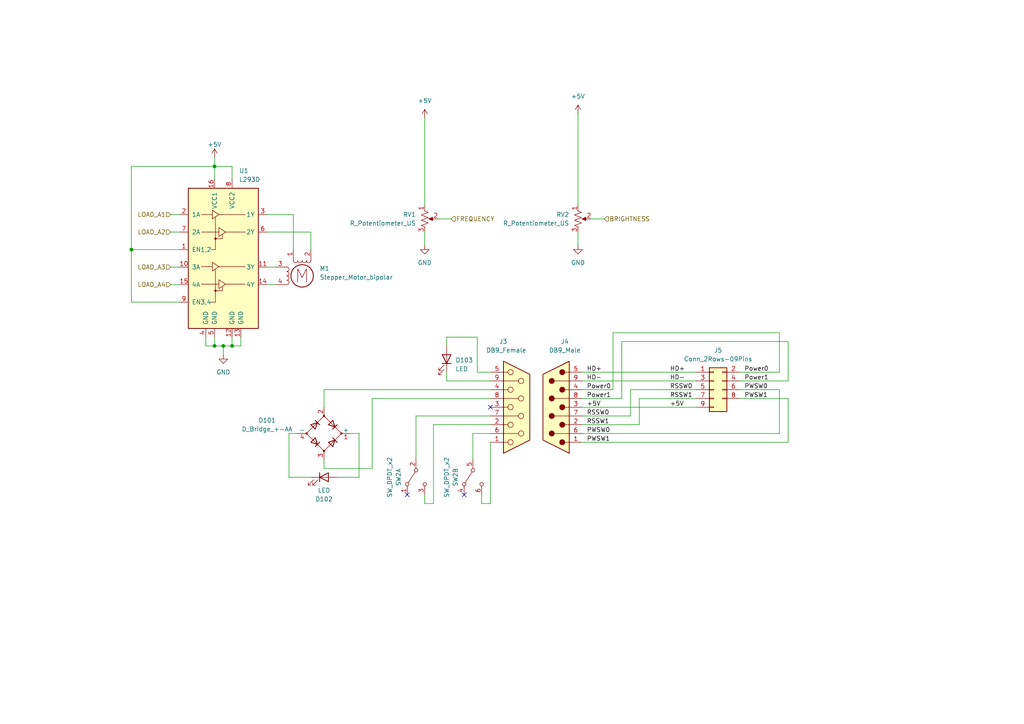
<source format=kicad_sch>
(kicad_sch (version 20211123) (generator eeschema)
  (paper "A4")
  (lib_symbols
    (symbol "Connector:DB9_Female" (pin_names (offset 1.016) hide)
      (property "Reference" "J" (at 0 13.97 0))
      (property "Value" "DB9_Female" (at 0 -14.605 0))
      (symbol "DB9_Female_0_1"
        (circle (center -1.778 -10.16) (radius 0.762))
        (circle (center -1.778 -5.08) (radius 0.762))
        (circle (center -1.778 0) (radius 0.762))
        (circle (center -1.778 5.08) (radius 0.762))
        (circle (center -1.778 10.16) (radius 0.762))
        (polyline (pts (xy -3.81 -10.16) (xy -2.54 -10.16)))
        (polyline (pts (xy -3.81 -7.62) (xy 0.508 -7.62)))
        (polyline (pts (xy -3.81 -5.08) (xy -2.54 -5.08)))
        (polyline (pts (xy -3.81 -2.54) (xy 0.508 -2.54)))
        (polyline (pts (xy -3.81 0) (xy -2.54 0)))
        (polyline (pts (xy -3.81 2.54) (xy 0.508 2.54)))
        (polyline (pts (xy -3.81 5.08) (xy -2.54 5.08)))
        (polyline (pts (xy -3.81 7.62) (xy 0.508 7.62)))
        (polyline (pts (xy -3.81 10.16) (xy -2.54 10.16)))
        (polyline (pts (xy -3.81 13.335) (xy -3.81 -13.335) (xy 3.81 -9.525) (xy 3.81 9.525) (xy -3.81 13.335)) (stroke (width 0.254)) (fill (type background)))
        (circle (center 1.27 -7.62) (radius 0.762))
        (circle (center 1.27 -2.54) (radius 0.762))
        (circle (center 1.27 2.54) (radius 0.762))
        (circle (center 1.27 7.62) (radius 0.762))
      )
      (symbol "DB9_Female_1_1"
        (pin passive line (at -7.62 10.16 0) (length 3.81) (name "1") (number "1"))
        (pin passive line (at -7.62 5.08 0) (length 3.81) (name "2") (number "2"))
        (pin passive line (at -7.62 0 0) (length 3.81) (name "3") (number "3"))
        (pin passive line (at -7.62 -5.08 0) (length 3.81) (name "4") (number "4"))
        (pin passive line (at -7.62 -10.16 0) (length 3.81) (name "5") (number "5"))
        (pin passive line (at -7.62 7.62 0) (length 3.81) (name "6") (number "6"))
        (pin passive line (at -7.62 2.54 0) (length 3.81) (name "7") (number "7"))
        (pin passive line (at -7.62 -2.54 0) (length 3.81) (name "8") (number "8"))
        (pin passive line (at -7.62 -7.62 0) (length 3.81) (name "9") (number "9"))
      )
    )
    (symbol "Connector:DB9_Male" (pin_names (offset 1.016) hide)
      (property "Reference" "J" (at 0 13.97 0))
      (property "Value" "DB9_Male" (at 0 -14.605 0))
      (symbol "DB9_Male_0_1"
        (circle (center -1.778 -10.16) (radius 0.762) (fill (type outline)))
        (circle (center -1.778 -5.08) (radius 0.762) (fill (type outline)))
        (circle (center -1.778 0) (radius 0.762) (fill (type outline)))
        (circle (center -1.778 5.08) (radius 0.762) (fill (type outline)))
        (circle (center -1.778 10.16) (radius 0.762) (fill (type outline)))
        (polyline (pts (xy -3.81 -10.16) (xy -2.54 -10.16)))
        (polyline (pts (xy -3.81 -7.62) (xy 0.508 -7.62)))
        (polyline (pts (xy -3.81 -5.08) (xy -2.54 -5.08)))
        (polyline (pts (xy -3.81 -2.54) (xy 0.508 -2.54)))
        (polyline (pts (xy -3.81 0) (xy -2.54 0)))
        (polyline (pts (xy -3.81 2.54) (xy 0.508 2.54)))
        (polyline (pts (xy -3.81 5.08) (xy -2.54 5.08)))
        (polyline (pts (xy -3.81 7.62) (xy 0.508 7.62)))
        (polyline (pts (xy -3.81 10.16) (xy -2.54 10.16)))
        (polyline (pts (xy -3.81 -13.335) (xy -3.81 13.335) (xy 3.81 9.525) (xy 3.81 -9.525) (xy -3.81 -13.335)) (stroke (width 0.254)) (fill (type background)))
        (circle (center 1.27 -7.62) (radius 0.762) (fill (type outline)))
        (circle (center 1.27 -2.54) (radius 0.762) (fill (type outline)))
        (circle (center 1.27 2.54) (radius 0.762) (fill (type outline)))
        (circle (center 1.27 7.62) (radius 0.762) (fill (type outline)))
      )
      (symbol "DB9_Male_1_1"
        (pin passive line (at -7.62 -10.16 0) (length 3.81) (name "1") (number "1"))
        (pin passive line (at -7.62 -5.08 0) (length 3.81) (name "2") (number "2"))
        (pin passive line (at -7.62 0 0) (length 3.81) (name "3") (number "3"))
        (pin passive line (at -7.62 5.08 0) (length 3.81) (name "4") (number "4"))
        (pin passive line (at -7.62 10.16 0) (length 3.81) (name "5") (number "5"))
        (pin passive line (at -7.62 -7.62 0) (length 3.81) (name "6") (number "6"))
        (pin passive line (at -7.62 -2.54 0) (length 3.81) (name "7") (number "7"))
        (pin passive line (at -7.62 2.54 0) (length 3.81) (name "8") (number "8"))
        (pin passive line (at -7.62 7.62 0) (length 3.81) (name "9") (number "9"))
      )
    )
    (symbol "Connector_Generic:Conn_2Rows-09Pins" (pin_names (offset 1.016) hide)
      (property "Reference" "J" (at 1.27 7.62 0))
      (property "Value" "Conn_2Rows-09Pins" (at 1.27 -7.62 0))
      (symbol "Conn_2Rows-09Pins_1_1"
        (rectangle (start -1.27 -4.953) (end 0 -5.207) (stroke (width 0.1524)))
        (rectangle (start -1.27 -2.413) (end 0 -2.667) (stroke (width 0.1524)))
        (rectangle (start -1.27 0.127) (end 0 -0.127) (stroke (width 0.1524)))
        (rectangle (start -1.27 2.667) (end 0 2.413) (stroke (width 0.1524)))
        (rectangle (start -1.27 5.207) (end 0 4.953) (stroke (width 0.1524)))
        (rectangle (start -1.27 6.35) (end 3.81 -6.35) (stroke (width 0.254)) (fill (type background)))
        (rectangle (start 3.81 -2.413) (end 2.54 -2.667) (stroke (width 0.1524)))
        (rectangle (start 3.81 0.127) (end 2.54 -0.127) (stroke (width 0.1524)))
        (rectangle (start 3.81 2.667) (end 2.54 2.413) (stroke (width 0.1524)))
        (rectangle (start 3.81 5.207) (end 2.54 4.953) (stroke (width 0.1524)))
        (pin passive line (at -5.08 5.08 0) (length 3.81) (name "Pin_1") (number "1"))
        (pin passive line (at 7.62 5.08 180) (length 3.81) (name "Pin_2") (number "2"))
        (pin passive line (at -5.08 2.54 0) (length 3.81) (name "Pin_3") (number "3"))
        (pin passive line (at 7.62 2.54 180) (length 3.81) (name "Pin_4") (number "4"))
        (pin passive line (at -5.08 0 0) (length 3.81) (name "Pin_5") (number "5"))
        (pin passive line (at 7.62 0 180) (length 3.81) (name "Pin_6") (number "6"))
        (pin passive line (at -5.08 -2.54 0) (length 3.81) (name "Pin_7") (number "7"))
        (pin passive line (at 7.62 -2.54 180) (length 3.81) (name "Pin_8") (number "8"))
        (pin passive line (at -5.08 -5.08 0) (length 3.81) (name "Pin_9") (number "9"))
      )
    )
    (symbol "Device:D_Bridge_+AA-" (pin_names (offset 0))
      (property "Reference" "D" (at 2.54 6.985 0))
      (property "Value" "D_Bridge_+AA-" (at 2.54 5.08 0))
      (symbol "D_Bridge_+AA-_0_1"
        (circle (center -5.08 0) (radius 0.254) (fill (type outline)))
        (circle (center 0 -5.08) (radius 0.254) (fill (type outline)))
        (polyline (pts (xy -2.54 3.81) (xy -1.27 2.54)) (stroke (width 0.254)))
        (polyline (pts (xy -1.27 -2.54) (xy -2.54 -3.81)) (stroke (width 0.254)))
        (polyline (pts (xy 2.54 -1.27) (xy 3.81 -2.54)) (stroke (width 0.254)))
        (polyline (pts (xy 2.54 1.27) (xy 3.81 2.54)) (stroke (width 0.254)))
        (polyline (pts (xy -3.81 2.54) (xy -2.54 1.27) (xy -1.905 3.175) (xy -3.81 2.54)) (stroke (width 0.254)))
        (polyline (pts (xy -2.54 -1.27) (xy -3.81 -2.54) (xy -1.905 -3.175) (xy -2.54 -1.27)) (stroke (width 0.254)))
        (polyline (pts (xy 1.27 2.54) (xy 2.54 3.81) (xy 3.175 1.905) (xy 1.27 2.54)) (stroke (width 0.254)))
        (polyline (pts (xy 3.175 -1.905) (xy 1.27 -2.54) (xy 2.54 -3.81) (xy 3.175 -1.905)) (stroke (width 0.254)))
        (polyline (pts (xy -5.08 0) (xy 0 -5.08) (xy 5.08 0) (xy 0 5.08) (xy -5.08 0)))
        (circle (center 0 5.08) (radius 0.254) (fill (type outline)))
        (circle (center 5.08 0) (radius 0.254) (fill (type outline)))
      )
      (symbol "D_Bridge_+AA-_1_1"
        (pin passive line (at 7.62 0 180) (length 2.54) (name "+") (number "1"))
        (pin passive line (at 0 7.62 270) (length 2.54) (name "~") (number "2"))
        (pin passive line (at 0 -7.62 90) (length 2.54) (name "~") (number "3"))
        (pin passive line (at -7.62 0 0) (length 2.54) (name "-") (number "4"))
      )
    )
    (symbol "Device:LED" (pin_numbers hide) (pin_names (offset 1.016) hide)
      (property "Reference" "D" (at 0 2.54 0))
      (property "Value" "LED" (at 0 -2.54 0))
      (symbol "LED_0_1"
        (polyline (pts (xy -1.27 -1.27) (xy -1.27 1.27)) (stroke (width 0.254)))
        (polyline (pts (xy -1.27 0) (xy 1.27 0)))
        (polyline (pts (xy 1.27 -1.27) (xy 1.27 1.27) (xy -1.27 0) (xy 1.27 -1.27)) (stroke (width 0.254)))
        (polyline (pts (xy -3.048 -0.762) (xy -4.572 -2.286) (xy -3.81 -2.286) (xy -4.572 -2.286) (xy -4.572 -1.524)))
        (polyline (pts (xy -1.778 -0.762) (xy -3.302 -2.286) (xy -2.54 -2.286) (xy -3.302 -2.286) (xy -3.302 -1.524)))
      )
      (symbol "LED_1_1"
        (pin passive line (at -3.81 0 0) (length 2.54) (name "K") (number "1"))
        (pin passive line (at 3.81 0 180) (length 2.54) (name "A") (number "2"))
      )
    )
    (symbol "Device:R_Potentiometer_US" (pin_names (offset 1.016) hide)
      (property "Reference" "RV" (at -4.445 0 90))
      (property "Value" "R_Potentiometer_US" (at -2.54 0 90))
      (symbol "R_Potentiometer_US_0_1"
        (polyline (pts (xy 0 -2.286) (xy 0 -2.54)))
        (polyline (pts (xy 0 2.54) (xy 0 2.286)))
        (polyline (pts (xy 2.54 0) (xy 1.524 0)))
        (polyline (pts (xy 1.143 0) (xy 2.286 0.508) (xy 2.286 -0.508) (xy 1.143 0)) (fill (type outline)))
        (polyline (pts (xy 0 -0.762) (xy 1.016 -1.143) (xy 0 -1.524) (xy -1.016 -1.905) (xy 0 -2.286)))
        (polyline (pts (xy 0 0.762) (xy 1.016 0.381) (xy 0 0) (xy -1.016 -0.381) (xy 0 -0.762)))
        (polyline (pts (xy 0 2.286) (xy 1.016 1.905) (xy 0 1.524) (xy -1.016 1.143) (xy 0 0.762)))
      )
      (symbol "R_Potentiometer_US_1_1"
        (pin passive line (at 0 3.81 270) (length 1.27) (name "1") (number "1"))
        (pin passive line (at 3.81 0 180) (length 1.27) (name "2") (number "2"))
        (pin passive line (at 0 -3.81 90) (length 1.27) (name "3") (number "3"))
      )
    )
    (symbol "Driver_Motor:L293D" (pin_names (offset 1.016))
      (property "Reference" "U" (at -5.08 26.035 0))
      (property "Value" "L293D" (at -5.08 24.13 0))
      (symbol "L293D_0_1"
        (rectangle (start -10.16 22.86) (end 10.16 -17.78) (stroke (width 0.254)) (fill (type background)))
        (circle (center -2.286 -6.858) (radius 0.254) (fill (type outline)))
        (circle (center -2.286 8.255) (radius 0.254) (fill (type outline)))
        (polyline (pts (xy -6.35 -4.953) (xy -1.27 -4.953)))
        (polyline (pts (xy -6.35 0.127) (xy -3.175 0.127)))
        (polyline (pts (xy -6.35 10.16) (xy -1.27 10.16)))
        (polyline (pts (xy -6.35 15.24) (xy -3.175 15.24)))
        (polyline (pts (xy -1.27 0.127) (xy 6.35 0.127)))
        (polyline (pts (xy -1.27 15.24) (xy 6.35 15.24)))
        (polyline (pts (xy 0.635 -4.953) (xy 6.35 -4.953)))
        (polyline (pts (xy 0.635 10.16) (xy 6.35 10.16)))
        (polyline (pts (xy -2.286 -6.858) (xy -0.254 -6.858) (xy -0.254 -5.588)))
        (polyline (pts (xy -2.286 -0.635) (xy -2.286 -10.16) (xy -3.556 -10.16)))
        (polyline (pts (xy -2.286 8.255) (xy -0.254 8.255) (xy -0.254 9.525)))
        (polyline (pts (xy -2.286 14.478) (xy -2.286 5.08) (xy -3.556 5.08)))
        (polyline (pts (xy -3.175 1.397) (xy -3.175 -1.143) (xy -1.27 0.127) (xy -3.175 1.397)))
        (polyline (pts (xy -3.175 16.51) (xy -3.175 13.97) (xy -1.27 15.24) (xy -3.175 16.51)))
        (polyline (pts (xy -1.27 -3.683) (xy -1.27 -6.223) (xy 0.635 -4.953) (xy -1.27 -3.683)))
        (polyline (pts (xy -1.27 11.43) (xy -1.27 8.89) (xy 0.635 10.16) (xy -1.27 11.43)))
      )
      (symbol "L293D_1_1"
        (pin input line (at -12.7 5.08 0) (length 2.54) (name "EN1,2") (number "1"))
        (pin input line (at -12.7 0 0) (length 2.54) (name "3A") (number "10"))
        (pin output line (at 12.7 0 180) (length 2.54) (name "3Y") (number "11"))
        (pin power_in line (at 2.54 -20.32 90) (length 2.54) (name "GND") (number "12"))
        (pin power_in line (at 5.08 -20.32 90) (length 2.54) (name "GND") (number "13"))
        (pin output line (at 12.7 -5.08 180) (length 2.54) (name "4Y") (number "14"))
        (pin input line (at -12.7 -5.08 0) (length 2.54) (name "4A") (number "15"))
        (pin power_in line (at -2.54 25.4 270) (length 2.54) (name "VCC1") (number "16"))
        (pin input line (at -12.7 15.24 0) (length 2.54) (name "1A") (number "2"))
        (pin output line (at 12.7 15.24 180) (length 2.54) (name "1Y") (number "3"))
        (pin power_in line (at -5.08 -20.32 90) (length 2.54) (name "GND") (number "4"))
        (pin power_in line (at -2.54 -20.32 90) (length 2.54) (name "GND") (number "5"))
        (pin output line (at 12.7 10.16 180) (length 2.54) (name "2Y") (number "6"))
        (pin input line (at -12.7 10.16 0) (length 2.54) (name "2A") (number "7"))
        (pin power_in line (at 2.54 25.4 270) (length 2.54) (name "VCC2") (number "8"))
        (pin input line (at -12.7 -10.16 0) (length 2.54) (name "EN3,4") (number "9"))
      )
    )
    (symbol "Motor:Stepper_Motor_bipolar" (pin_names (offset 0) hide)
      (property "Reference" "M" (at 3.81 2.54 0))
      (property "Value" "Stepper_Motor_bipolar" (at 3.81 1.27 0))
      (symbol "Stepper_Motor_bipolar_0_0"
        (polyline (pts (xy -1.27 -1.778) (xy -1.27 2.032) (xy 0 -0.508) (xy 1.27 2.032) (xy 1.27 -1.778)))
      )
      (symbol "Stepper_Motor_bipolar_0_1"
        (arc (start -4.445 -2.54) (mid -3.81 -1.905) (end -4.445 -1.27))
        (arc (start -4.445 -1.27) (mid -3.81 -0.635) (end -4.445 0))
        (arc (start -4.445 0) (mid -3.81 0.635) (end -4.445 1.27))
        (arc (start -4.445 1.27) (mid -3.81 1.905) (end -4.445 2.54))
        (arc (start -2.54 4.445) (mid -1.905 3.81) (end -1.27 4.445))
        (arc (start -1.27 4.445) (mid -0.635 3.81) (end 0 4.445))
        (polyline (pts (xy -5.08 -2.54) (xy -4.445 -2.54)))
        (polyline (pts (xy -5.08 2.54) (xy -4.445 2.54)))
        (polyline (pts (xy -2.54 5.08) (xy -2.54 4.445)))
        (polyline (pts (xy 2.54 5.08) (xy 2.54 4.445)))
        (circle (center 0 0) (radius 3.2512) (stroke (width 0.254)))
        (arc (start 0 4.445) (mid 0.635 3.81) (end 1.27 4.445))
        (arc (start 1.27 4.445) (mid 1.905 3.81) (end 2.54 4.445))
      )
      (symbol "Stepper_Motor_bipolar_1_1"
        (pin passive line (at -2.54 7.62 270) (length 2.54) (name "~") (number "1"))
        (pin passive line (at 2.54 7.62 270) (length 2.54) (name "-") (number "2"))
        (pin passive line (at -7.62 2.54 0) (length 2.54) (name "~") (number "3"))
        (pin passive line (at -7.62 -2.54 0) (length 2.54) (name "~") (number "4"))
      )
    )
    (symbol "Switch:SW_DPDT_x2" (pin_names (offset 0) hide)
      (property "Reference" "SW" (at 0 4.318 0))
      (property "Value" "SW_DPDT_x2" (at 0 -5.08 0))
      (symbol "SW_DPDT_x2_0_0"
        (circle (center -2.032 0) (radius 0.508))
        (circle (center 2.032 -2.54) (radius 0.508))
      )
      (symbol "SW_DPDT_x2_0_1"
        (polyline (pts (xy -1.524 0.254) (xy 1.651 2.286)))
        (circle (center 2.032 2.54) (radius 0.508))
      )
      (symbol "SW_DPDT_x2_1_1"
        (pin passive line (at 5.08 2.54 180) (length 2.54) (name "A") (number "1"))
        (pin passive line (at -5.08 0 0) (length 2.54) (name "B") (number "2"))
        (pin passive line (at 5.08 -2.54 180) (length 2.54) (name "C") (number "3"))
      )
      (symbol "SW_DPDT_x2_2_1"
        (pin passive line (at 5.08 2.54 180) (length 2.54) (name "A") (number "4"))
        (pin passive line (at -5.08 0 0) (length 2.54) (name "B") (number "5"))
        (pin passive line (at 5.08 -2.54 180) (length 2.54) (name "C") (number "6"))
      )
    )
    (symbol "power:+5V" (power) (pin_names (offset 0))
      (property "Value" "+5V" (at 0 3.556 0))
      (symbol "+5V_0_1"
        (polyline (pts (xy -0.762 1.27) (xy 0 2.54)))
        (polyline (pts (xy 0 0) (xy 0 2.54)))
        (polyline (pts (xy 0 2.54) (xy 0.762 1.27)))
      )
      (symbol "+5V_1_1"
        (pin power_in line (at 0 0 90) (length 0) hide (name "+5V") (number "1"))
      )
    )
    (symbol "power:GND" (power) (pin_names (offset 0))
      (property "Value" "GND" (at 0 -3.81 0))
      (symbol "GND_0_1"
        (polyline (pts (xy 0 0) (xy 0 -1.27) (xy 1.27 -1.27) (xy 0 -2.54) (xy -1.27 -1.27) (xy 0 -1.27)))
      )
      (symbol "GND_1_1"
        (pin power_in line (at 0 0 270) (length 0) hide (name "GND") (number "1"))
      )
    )
  )
  (junction (at 67.31 100.33))
  (junction (at 64.77 100.33))
  (junction (at 38.1 72.39))
  (junction (at 62.23 48.26))
  (junction (at 62.23 100.33))
  (no_connect (at 118.11 143.51))
  (no_connect (at 142.24 118.11))
  (no_connect (at 134.62 143.51))
  (wire (pts (xy 38.1 72.39) (xy 52.07 72.39)))
  (wire (pts (xy 182.88 120.65) (xy 182.88 113.03)))
  (wire (pts (xy 214.63 107.95) (xy 226.06 107.95)))
  (wire (pts (xy 168.91 115.57) (xy 180.34 115.57)))
  (wire (pts (xy 93.98 118.11) (xy 93.98 113.03)))
  (wire (pts (xy 101.6 125.73) (xy 104.14 125.73)))
  (wire (pts (xy 142.24 115.57) (xy 107.95 115.57)))
  (wire (pts (xy 123.19 146.05) (xy 123.19 143.51)))
  (wire (pts (xy 59.69 97.79) (xy 59.69 100.33)))
  (wire (pts (xy 185.42 115.57) (xy 201.93 115.57)))
  (wire (pts (xy 226.06 96.52) (xy 226.06 107.95)))
  (wire (pts (xy 120.65 120.65) (xy 142.24 120.65)))
  (wire (pts (xy 104.14 125.73) (xy 104.14 138.43)))
  (wire (pts (xy 93.98 113.03) (xy 142.24 113.03)))
  (wire (pts (xy 69.85 100.33) (xy 69.85 97.79)))
  (wire (pts (xy 177.8 113.03) (xy 177.8 96.52)))
  (wire (pts (xy 107.95 115.57) (xy 107.95 135.89)))
  (wire (pts (xy 64.77 100.33) (xy 67.31 100.33)))
  (wire (pts (xy 129.54 100.33) (xy 129.54 97.79)))
  (wire (pts (xy 129.54 97.79) (xy 138.43 97.79)))
  (wire (pts (xy 62.23 48.26) (xy 62.23 52.07)))
  (wire (pts (xy 67.31 100.33) (xy 69.85 100.33)))
  (wire (pts (xy 214.63 113.03) (xy 226.06 113.03)))
  (wire (pts (xy 168.91 107.95) (xy 201.93 107.95)))
  (wire (pts (xy 168.91 128.27) (xy 228.6 128.27)))
  (wire (pts (xy 142.24 123.19) (xy 125.73 123.19)))
  (wire (pts (xy 85.09 62.23) (xy 85.09 72.39)))
  (wire (pts (xy 214.63 115.57) (xy 228.6 115.57)))
  (wire (pts (xy 83.82 125.73) (xy 83.82 138.43)))
  (wire (pts (xy 49.53 82.55) (xy 52.07 82.55)))
  (wire (pts (xy 137.16 125.73) (xy 142.24 125.73)))
  (wire (pts (xy 228.6 99.06) (xy 228.6 110.49)))
  (wire (pts (xy 138.43 97.79) (xy 138.43 107.95)))
  (wire (pts (xy 127 63.5) (xy 130.81 63.5)))
  (wire (pts (xy 38.1 48.26) (xy 62.23 48.26)))
  (wire (pts (xy 59.69 100.33) (xy 62.23 100.33)))
  (wire (pts (xy 142.24 128.27) (xy 142.24 146.05)))
  (wire (pts (xy 49.53 62.23) (xy 52.07 62.23)))
  (wire (pts (xy 168.91 110.49) (xy 201.93 110.49)))
  (wire (pts (xy 38.1 72.39) (xy 38.1 48.26)))
  (wire (pts (xy 86.36 125.73) (xy 83.82 125.73)))
  (wire (pts (xy 142.24 146.05) (xy 139.7 146.05)))
  (wire (pts (xy 83.82 138.43) (xy 90.17 138.43)))
  (wire (pts (xy 38.1 87.63) (xy 38.1 72.39)))
  (wire (pts (xy 182.88 113.03) (xy 201.93 113.03)))
  (wire (pts (xy 168.91 123.19) (xy 185.42 123.19)))
  (wire (pts (xy 138.43 107.95) (xy 142.24 107.95)))
  (wire (pts (xy 107.95 135.89) (xy 93.98 135.89)))
  (wire (pts (xy 168.91 120.65) (xy 182.88 120.65)))
  (wire (pts (xy 123.19 34.29) (xy 123.19 59.69)))
  (wire (pts (xy 77.47 67.31) (xy 90.17 67.31)))
  (wire (pts (xy 120.65 133.35) (xy 120.65 120.65)))
  (wire (pts (xy 226.06 125.73) (xy 226.06 113.03)))
  (wire (pts (xy 137.16 133.35) (xy 137.16 125.73)))
  (wire (pts (xy 139.7 146.05) (xy 139.7 143.51)))
  (wire (pts (xy 67.31 97.79) (xy 67.31 100.33)))
  (wire (pts (xy 168.91 125.73) (xy 226.06 125.73)))
  (wire (pts (xy 49.53 67.31) (xy 52.07 67.31)))
  (wire (pts (xy 171.45 63.5) (xy 175.26 63.5)))
  (wire (pts (xy 185.42 123.19) (xy 185.42 115.57)))
  (wire (pts (xy 123.19 67.31) (xy 123.19 71.12)))
  (wire (pts (xy 125.73 146.05) (xy 123.19 146.05)))
  (wire (pts (xy 167.64 67.31) (xy 167.64 71.12)))
  (wire (pts (xy 168.91 113.03) (xy 177.8 113.03)))
  (wire (pts (xy 177.8 96.52) (xy 226.06 96.52)))
  (wire (pts (xy 64.77 100.33) (xy 64.77 102.87)))
  (wire (pts (xy 129.54 110.49) (xy 142.24 110.49)))
  (wire (pts (xy 52.07 87.63) (xy 38.1 87.63)))
  (wire (pts (xy 129.54 107.95) (xy 129.54 110.49)))
  (wire (pts (xy 77.47 82.55) (xy 80.01 82.55)))
  (wire (pts (xy 93.98 135.89) (xy 93.98 133.35)))
  (wire (pts (xy 62.23 100.33) (xy 64.77 100.33)))
  (wire (pts (xy 62.23 48.26) (xy 67.31 48.26)))
  (wire (pts (xy 67.31 48.26) (xy 67.31 52.07)))
  (wire (pts (xy 228.6 128.27) (xy 228.6 115.57)))
  (wire (pts (xy 214.63 110.49) (xy 228.6 110.49)))
  (wire (pts (xy 77.47 62.23) (xy 85.09 62.23)))
  (wire (pts (xy 180.34 115.57) (xy 180.34 99.06)))
  (wire (pts (xy 180.34 99.06) (xy 228.6 99.06)))
  (wire (pts (xy 104.14 138.43) (xy 97.79 138.43)))
  (wire (pts (xy 62.23 97.79) (xy 62.23 100.33)))
  (wire (pts (xy 90.17 67.31) (xy 90.17 72.39)))
  (wire (pts (xy 77.47 77.47) (xy 80.01 77.47)))
  (wire (pts (xy 62.23 45.72) (xy 62.23 48.26)))
  (wire (pts (xy 125.73 123.19) (xy 125.73 146.05)))
  (wire (pts (xy 49.53 77.47) (xy 52.07 77.47)))
  (wire (pts (xy 168.91 118.11) (xy 201.93 118.11)))
  (wire (pts (xy 167.64 33.02) (xy 167.64 59.69)))
  (label "PWSW1" (at 215.9 115.57 0))
  (label "HD+" (at 170.18 107.95 0))
  (label "+5V" (at 170.18 118.11 0))
  (label "RSSW1" (at 170.18 123.19 0))
  (label "PWSW0" (at 170.18 125.73 0))
  (label "PWSW0" (at 215.9 113.03 0))
  (label "+5V" (at 194.31 118.11 0))
  (label "PWSW1" (at 170.18 128.27 0))
  (label "Power1" (at 215.9 110.49 0))
  (label "Power0" (at 215.9 107.95 0))
  (label "RSSW0" (at 170.18 120.65 0))
  (label "RSSW1" (at 194.31 115.57 0))
  (label "RSSW0" (at 194.31 113.03 0))
  (label "HD-" (at 170.18 110.49 0))
  (label "Power0" (at 170.18 113.03 0))
  (label "Power1" (at 170.18 115.57 0))
  (label "HD-" (at 194.31 110.49 0))
  (label "HD+" (at 194.31 107.95 0))
  (hierarchical_label "LOAD_A1" (shape input) (at 49.53 62.23 180))
  (hierarchical_label "BRIGHTNESS" (shape input) (at 175.26 63.5 0))
  (hierarchical_label "LOAD_A2" (shape input) (at 49.53 67.31 180))
  (hierarchical_label "FREQUENCY" (shape input) (at 130.81 63.5 0))
  (hierarchical_label "LOAD_A3" (shape input) (at 49.53 77.47 180))
  (hierarchical_label "LOAD_A4" (shape input) (at 49.53 82.55 180))
  (symbol (lib_id "Device:D_Bridge_+AA-") (at 93.98 125.73 0) (unit 1)
    (property "Reference" "D101" (at 77.47 121.92 0))
    (property "Value" "D_Bridge_+-AA" (at 77.47 124.46 0))
    (property "Footprint" "Diode_THT:Diode_Bridge_DIP-4_W7.62mm_P5.08mm" (effects hide))
  )
  (symbol (lib_id "Connector:DB9_Male") (at 161.29 118.11 0) (mirror y) (unit 1)
    (property "Reference" "J4" (at 163.83 99.06 0))
    (property "Value" "DB9_Male" (at 163.83 101.6 0))
    (property "Footprint" "Connector_Dsub:DSUB-9_Male_Horizontal_P2.77x2.84mm_EdgePinOffset9.40mm" (effects hide))
    (property "Datasheet" " ~" (effects hide))
  )
  (symbol (lib_id "Connector:DB9_Female") (at 149.86 118.11 0) (mirror x) (unit 1)
    (property "Reference" "J3" (at 144.78 99.06 0) (effects (justify left)))
    (property "Value" "DB9_Female" (at 140.97 101.6 0) (effects (justify left)))
    (property "Footprint" "Connector_Dsub:DSUB-9_Female_Horizontal_P2.77x2.84mm_EdgePinOffset9.40mm" (effects hide))
    (property "Datasheet" " ~" (effects hide))
  )
  (symbol (lib_id "Device:LED") (at 129.54 104.14 270) (mirror x) (unit 1)
    (property "Reference" "D103" (at 132.08 104.4574 90) (effects (justify left)))
    (property "Value" "LED" (at 132.08 106.9974 90) (effects (justify left)))
    (property "Footprint" "LED_THT:LED_D5.0mm" (effects hide))
  )
  (symbol (lib_id "Device:R_Potentiometer_US") (at 167.64 63.5 0) (unit 1)
    (property "Reference" "RV2" (at 165.1 62.2299 0) (effects (justify right)))
    (property "Value" "R_Potentiometer_US" (at 165.1 64.7699 0) (effects (justify right)))
    (property "Footprint" "Connector_PinHeader_2.54mm:PinHeader_1x03_P2.54mm_Vertical" (effects hide))
  )
  (symbol (lib_id "power:+5V") (at 123.19 34.29 0) (unit 1)
    (property "Reference" "#PWR029" (effects hide))
    (property "Value" "+5V" (at 123.19 29.21 0))
  )
  (symbol (lib_id "Device:LED") (at 93.98 138.43 0) (unit 1)
    (property "Reference" "D102" (at 93.98 144.78 0))
    (property "Value" "LED" (at 93.98 142.24 0))
    (property "Footprint" "Connector_PinHeader_2.54mm:PinHeader_1x02_P2.54mm_Vertical" (effects hide))
  )
  (symbol (lib_id "Switch:SW_DPDT_x2") (at 120.65 138.43 90) (mirror x) (unit 1)
    (property "Reference" "SW2" (at 115.57 138.43 0))
    (property "Value" "SW_DPDT_x2" (at 113.03 138.43 0))
    (property "Footprint" "Connector_PinHeader_2.54mm:PinHeader_1x06_P2.54mm_Vertical" (effects hide))
  )
  (symbol (lib_id "Driver_Motor:L293D") (at 64.77 77.47 0) (unit 1)
    (property "Reference" "U1" (at 69.3294 49.53 0) (effects (justify left)))
    (property "Value" "L293D" (at 69.3294 52.07 0) (effects (justify left)))
    (property "Footprint" "Package_DIP:DIP-16_W7.62mm" (effects hide))
    (property "Datasheet" "http://www.ti.com/lit/ds/symlink/l293.pdf" (effects hide))
  )
  (symbol (lib_id "Device:R_Potentiometer_US") (at 123.19 63.5 0) (unit 1)
    (property "Reference" "RV1" (at 120.65 62.2299 0) (effects (justify right)))
    (property "Value" "R_Potentiometer_US" (at 120.65 64.7699 0) (effects (justify right)))
    (property "Footprint" "Connector_PinHeader_2.54mm:PinHeader_1x03_P2.54mm_Vertical" (effects hide))
  )
  (symbol (lib_id "power:GND") (at 64.77 102.87 0) (unit 1)
    (property "Reference" "#PWR0102" (effects hide))
    (property "Value" "GND" (at 64.77 107.95 0))
  )
  (symbol (lib_id "power:GND") (at 167.64 71.12 0) (unit 1)
    (property "Reference" "#PWR032" (effects hide))
    (property "Value" "GND" (at 167.64 76.2 0))
  )
  (symbol (lib_id "power:GND") (at 123.19 71.12 0) (unit 1)
    (property "Reference" "#PWR030" (effects hide))
    (property "Value" "GND" (at 123.19 76.2 0))
  )
  (symbol (lib_id "power:+5V") (at 167.64 33.02 0) (unit 1)
    (property "Reference" "#PWR031" (effects hide))
    (property "Value" "+5V" (at 167.64 27.94 0))
  )
  (symbol (lib_id "power:+5V") (at 62.23 45.72 0) (unit 1)
    (property "Reference" "#PWR0101" (effects hide))
    (property "Value" "+5V" (at 62.23 41.91 0))
  )
  (symbol (lib_id "Connector_Generic:Conn_2Rows-09Pins") (at 207.01 113.03 0) (unit 1)
    (property "Reference" "J5" (at 208.28 101.6 0))
    (property "Value" "Conn_2Rows-09Pins" (at 208.28 104.14 0))
    (property "Footprint" "Connector_PinHeader_2.54mm:PinHeader_2x04_P2.54mm_Vertical" (effects hide))
  )
  (symbol (lib_id "Motor:Stepper_Motor_bipolar") (at 87.63 80.01 0) (unit 1)
    (property "Reference" "M1" (at 92.71 77.889 0) (effects (justify left)))
    (property "Value" "Stepper_Motor_bipolar" (at 92.71 80.429 0) (effects (justify left)))
    (property "Footprint" "Connector_PinHeader_2.54mm:PinHeader_1x04_P2.54mm_Vertical" (effects hide))
    (property "Datasheet" "http://www.infineon.com/dgdl/Application-Note-TLE8110EE_driving_UniPolarStepperMotor_V1.1.pdf?fileId=db3a30431be39b97011be5d0aa0a00b0" (effects hide))
  )
  (symbol (lib_id "Switch:SW_DPDT_x2") (at 137.16 138.43 90) (mirror x) (unit 2)
    (property "Reference" "SW2" (at 132.08 138.43 0))
    (property "Value" "SW_DPDT_x2" (at 129.54 138.43 0))
    (property "Footprint" "Connector_PinHeader_2.54mm:PinHeader_1x06_P2.54mm_Vertical" (effects hide))
  )
)
</source>
